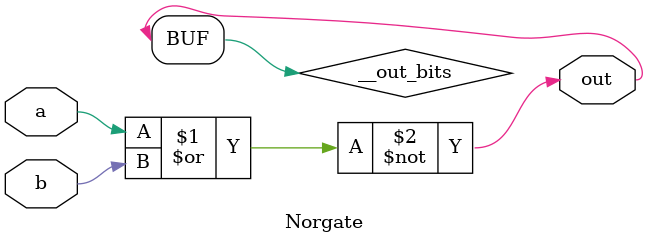
<source format=sv>
module Norgate(
  input  wire a,
              b,
  output wire out
);

  // Variables for output ports
  logic __out_bits;

  assign __out_bits = ~(a | b);

  assign out = __out_bits;
endmodule

</source>
